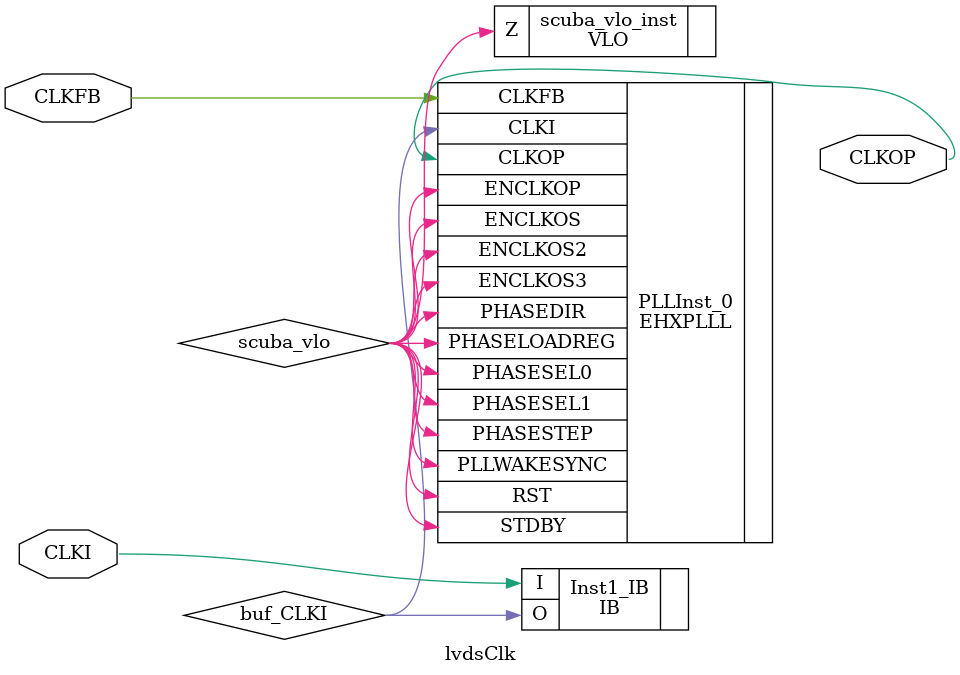
<source format=v>

module lvdsClk (CLKI, CLKFB, CLKOP) /* synthesis NGD_DRC_MASK=1, syn_module_defined=1 */ ;   // c:/users/borna/documents/projects/fpga/blink/pll/lvdsclk/lvdsclk.v(8[8:15])
    input CLKI /* synthesis black_box_pad_pin=1 */ ;   // c:/users/borna/documents/projects/fpga/blink/pll/lvdsclk/lvdsclk.v(9[16:20])
    input CLKFB;   // c:/users/borna/documents/projects/fpga/blink/pll/lvdsclk/lvdsclk.v(10[16:21])
    output CLKOP;   // c:/users/borna/documents/projects/fpga/blink/pll/lvdsclk/lvdsclk.v(11[17:22])
    
    wire buf_CLKI /* synthesis is_clock=1 */ ;   // c:/users/borna/documents/projects/fpga/blink/pll/lvdsclk/lvdsclk.v(16[10:18])
    
    wire scuba_vlo, VCC_net;
    
    VLO scuba_vlo_inst (.Z(scuba_vlo));
    IB Inst1_IB (.I(CLKI), .O(buf_CLKI)) /* synthesis IO_TYPE="LVCMOS33", syn_instantiated=1 */ ;   // c:/users/borna/documents/projects/fpga/blink/pll/lvdsclk/lvdsclk.v(20[8:41])
    EHXPLLL PLLInst_0 (.CLKI(buf_CLKI), .CLKFB(CLKFB), .PHASESEL0(scuba_vlo), 
            .PHASESEL1(scuba_vlo), .PHASEDIR(scuba_vlo), .PHASESTEP(scuba_vlo), 
            .PHASELOADREG(scuba_vlo), .STDBY(scuba_vlo), .PLLWAKESYNC(scuba_vlo), 
            .RST(scuba_vlo), .ENCLKOP(scuba_vlo), .ENCLKOS(scuba_vlo), 
            .ENCLKOS2(scuba_vlo), .ENCLKOS3(scuba_vlo), .CLKOP(CLKOP)) /* synthesis FREQUENCY_PIN_CLKOP="336.000000", FREQUENCY_PIN_CLKI="48.000000", ICP_CURRENT="13", LPF_RESISTOR="8", syn_instantiated=1 */ ;
    defparam PLLInst_0.CLKI_DIV = 1;
    defparam PLLInst_0.CLKFB_DIV = 7;
    defparam PLLInst_0.CLKOP_DIV = 2;
    defparam PLLInst_0.CLKOS_DIV = 1;
    defparam PLLInst_0.CLKOS2_DIV = 1;
    defparam PLLInst_0.CLKOS3_DIV = 1;
    defparam PLLInst_0.CLKOP_ENABLE = "ENABLED";
    defparam PLLInst_0.CLKOS_ENABLE = "DISABLED";
    defparam PLLInst_0.CLKOS2_ENABLE = "DISABLED";
    defparam PLLInst_0.CLKOS3_ENABLE = "DISABLED";
    defparam PLLInst_0.CLKOP_CPHASE = 1;
    defparam PLLInst_0.CLKOS_CPHASE = 0;
    defparam PLLInst_0.CLKOS2_CPHASE = 0;
    defparam PLLInst_0.CLKOS3_CPHASE = 0;
    defparam PLLInst_0.CLKOP_FPHASE = 0;
    defparam PLLInst_0.CLKOS_FPHASE = 0;
    defparam PLLInst_0.CLKOS2_FPHASE = 0;
    defparam PLLInst_0.CLKOS3_FPHASE = 0;
    defparam PLLInst_0.FEEDBK_PATH = "USERCLOCK";
    defparam PLLInst_0.CLKOP_TRIM_POL = "FALLING";
    defparam PLLInst_0.CLKOP_TRIM_DELAY = 0;
    defparam PLLInst_0.CLKOS_TRIM_POL = "FALLING";
    defparam PLLInst_0.CLKOS_TRIM_DELAY = 0;
    defparam PLLInst_0.OUTDIVIDER_MUXA = "DIVA";
    defparam PLLInst_0.OUTDIVIDER_MUXB = "DIVB";
    defparam PLLInst_0.OUTDIVIDER_MUXC = "DIVC";
    defparam PLLInst_0.OUTDIVIDER_MUXD = "DIVD";
    defparam PLLInst_0.PLL_LOCK_MODE = 0;
    defparam PLLInst_0.PLL_LOCK_DELAY = 200;
    defparam PLLInst_0.STDBY_ENABLE = "DISABLED";
    defparam PLLInst_0.REFIN_RESET = "DISABLED";
    defparam PLLInst_0.SYNC_ENABLE = "DISABLED";
    defparam PLLInst_0.INT_LOCK_STICKY = "ENABLED";
    defparam PLLInst_0.DPHASE_SOURCE = "DISABLED";
    defparam PLLInst_0.PLLRST_ENA = "DISABLED";
    defparam PLLInst_0.INTFB_WAKE = "DISABLED";
    GSR GSR_INST (.GSR(VCC_net));
    PUR PUR_INST (.PUR(VCC_net));
    defparam PUR_INST.RST_PULSE = 1;
    VHI i16 (.Z(VCC_net));
    
endmodule
//
// Verilog Description of module PUR
// module not written out since it is a black-box. 
//


</source>
